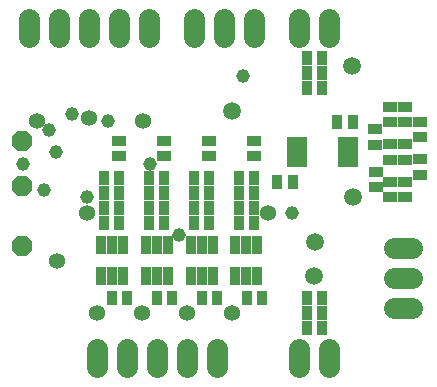
<source format=gts>
G75*
%MOIN*%
%OFA0B0*%
%FSLAX25Y25*%
%IPPOS*%
%LPD*%
%AMOC8*
5,1,8,0,0,1.08239X$1,22.5*
%
%ADD10R,0.06884X0.02684*%
%ADD11C,0.06984*%
%ADD12R,0.03740X0.04528*%
%ADD13R,0.04528X0.03740*%
%ADD14R,0.03184X0.05984*%
%ADD15C,0.05984*%
%ADD16OC8,0.06984*%
%ADD17C,0.05346*%
%ADD18C,0.04559*%
D10*
X0170521Y0143821D03*
X0170521Y0146321D03*
X0170521Y0148921D03*
X0170521Y0151421D03*
X0187721Y0151421D03*
X0187721Y0148921D03*
X0187721Y0146321D03*
X0187721Y0143821D03*
D11*
X0103871Y0081871D02*
X0103871Y0075871D01*
X0113871Y0075871D02*
X0113871Y0081871D01*
X0123871Y0081871D02*
X0123871Y0075871D01*
X0133871Y0075871D02*
X0133871Y0081871D01*
X0143871Y0081871D02*
X0143871Y0075871D01*
X0171371Y0075871D02*
X0171371Y0081871D01*
X0181371Y0081871D02*
X0181371Y0075871D01*
X0202898Y0095623D02*
X0208898Y0095623D01*
X0208898Y0105623D02*
X0202898Y0105623D01*
X0202898Y0115623D02*
X0208898Y0115623D01*
X0181371Y0185871D02*
X0181371Y0191871D01*
X0171371Y0191871D02*
X0171371Y0185871D01*
X0156371Y0185871D02*
X0156371Y0191871D01*
X0146371Y0191871D02*
X0146371Y0185871D01*
X0136371Y0185871D02*
X0136371Y0191871D01*
X0121371Y0191871D02*
X0121371Y0185871D01*
X0111371Y0185871D02*
X0111371Y0191871D01*
X0101371Y0191871D02*
X0101371Y0185871D01*
X0091371Y0185871D02*
X0091371Y0191871D01*
X0081371Y0191871D02*
X0081371Y0185871D01*
D12*
X0106312Y0138871D03*
X0106312Y0133871D03*
X0106312Y0128871D03*
X0111430Y0128871D03*
X0111430Y0133871D03*
X0111430Y0138871D03*
X0121312Y0138871D03*
X0121312Y0133871D03*
X0121312Y0128871D03*
X0126430Y0128871D03*
X0126430Y0133871D03*
X0126430Y0138871D03*
X0136312Y0138871D03*
X0136312Y0133871D03*
X0136312Y0128871D03*
X0141430Y0128871D03*
X0141430Y0133871D03*
X0141430Y0138871D03*
X0151174Y0138871D03*
X0151174Y0133871D03*
X0151174Y0128871D03*
X0156292Y0128871D03*
X0156292Y0133871D03*
X0156292Y0138871D03*
X0164062Y0137621D03*
X0169180Y0137621D03*
X0156292Y0123871D03*
X0151174Y0123871D03*
X0141430Y0123871D03*
X0136312Y0123871D03*
X0126430Y0123871D03*
X0121312Y0123871D03*
X0111430Y0123871D03*
X0106312Y0123871D03*
X0108812Y0098871D03*
X0113930Y0098871D03*
X0123812Y0098871D03*
X0128930Y0098871D03*
X0138812Y0098871D03*
X0143930Y0098871D03*
X0153812Y0098871D03*
X0158930Y0098871D03*
X0173812Y0098871D03*
X0173812Y0093871D03*
X0178930Y0093871D03*
X0178930Y0098871D03*
X0178930Y0088871D03*
X0173812Y0088871D03*
X0184062Y0157621D03*
X0189180Y0157621D03*
X0178930Y0168871D03*
X0178930Y0173871D03*
X0178930Y0178871D03*
X0173812Y0178871D03*
X0173812Y0173871D03*
X0173812Y0168871D03*
D13*
X0156233Y0151430D03*
X0156233Y0146312D03*
X0141371Y0146312D03*
X0141371Y0151430D03*
X0126371Y0151430D03*
X0126371Y0146312D03*
X0111371Y0146312D03*
X0111371Y0151430D03*
X0196621Y0150062D03*
X0201621Y0150180D03*
X0206621Y0150180D03*
X0206621Y0145062D03*
X0201621Y0145062D03*
X0196871Y0140930D03*
X0196871Y0135812D03*
X0201621Y0137680D03*
X0206621Y0137680D03*
X0206621Y0132562D03*
X0201621Y0132562D03*
X0211621Y0140062D03*
X0211621Y0145180D03*
X0211621Y0152562D03*
X0211621Y0157680D03*
X0206621Y0157562D03*
X0201621Y0157562D03*
X0201621Y0162680D03*
X0206621Y0162680D03*
X0196621Y0155180D03*
D14*
X0157433Y0116471D03*
X0153733Y0116471D03*
X0150033Y0116471D03*
X0142571Y0116471D03*
X0138871Y0116471D03*
X0135171Y0116471D03*
X0127571Y0116471D03*
X0123871Y0116471D03*
X0120171Y0116471D03*
X0112571Y0116471D03*
X0108871Y0116471D03*
X0105171Y0116471D03*
X0105171Y0106271D03*
X0108871Y0106271D03*
X0112571Y0106271D03*
X0120171Y0106271D03*
X0123871Y0106271D03*
X0127571Y0106271D03*
X0135171Y0106271D03*
X0138871Y0106271D03*
X0142571Y0106271D03*
X0150033Y0106271D03*
X0153733Y0106271D03*
X0157433Y0106271D03*
D15*
X0176371Y0106371D03*
X0176621Y0117621D03*
X0189121Y0132621D03*
X0148871Y0161371D03*
X0188871Y0176371D03*
D16*
X0078871Y0151371D03*
X0078871Y0136371D03*
X0078871Y0116371D03*
D17*
X0090583Y0111371D03*
X0100583Y0127158D03*
X0101371Y0158871D03*
X0084008Y0157945D03*
X0119382Y0157867D03*
X0161115Y0127158D03*
X0148871Y0093871D03*
X0133871Y0093871D03*
X0118871Y0093871D03*
X0103871Y0093871D03*
D18*
X0131193Y0120071D03*
X0121745Y0143693D03*
X0107571Y0157867D03*
X0095760Y0160229D03*
X0087886Y0154875D03*
X0090249Y0147630D03*
X0079225Y0143693D03*
X0086312Y0135032D03*
X0100485Y0132670D03*
X0152453Y0172827D03*
X0168989Y0127158D03*
M02*

</source>
